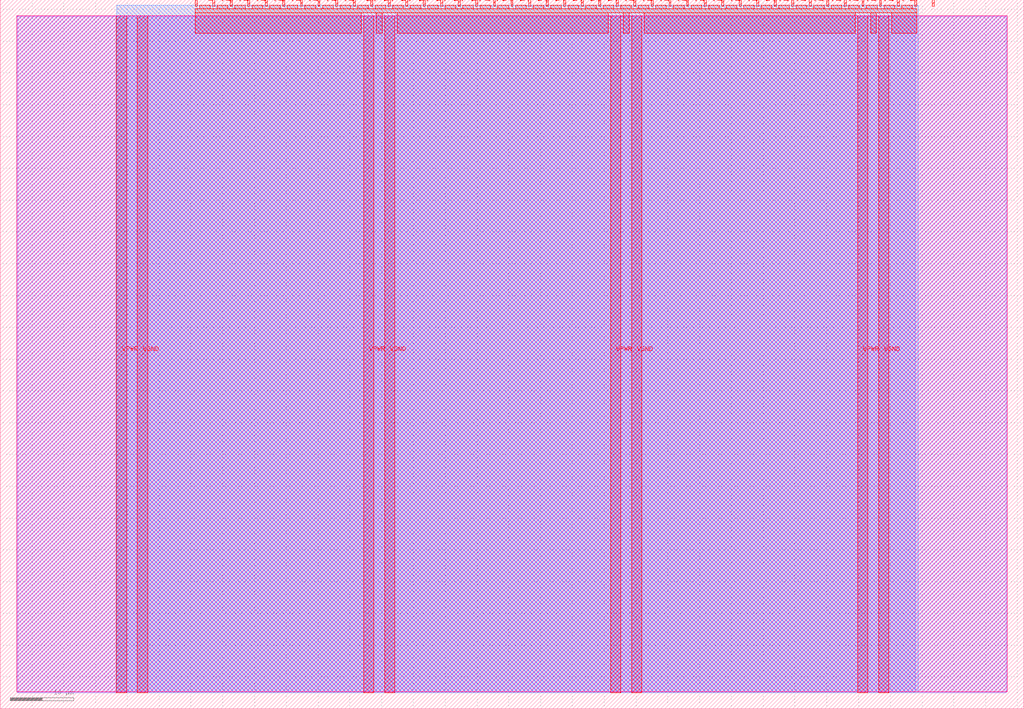
<source format=lef>
VERSION 5.7 ;
  NOWIREEXTENSIONATPIN ON ;
  DIVIDERCHAR "/" ;
  BUSBITCHARS "[]" ;
MACRO tt_um_wokwi_422960009763674113
  CLASS BLOCK ;
  FOREIGN tt_um_wokwi_422960009763674113 ;
  ORIGIN 0.000 0.000 ;
  SIZE 161.000 BY 111.520 ;
  PIN VGND
    DIRECTION INOUT ;
    USE GROUND ;
    PORT
      LAYER met4 ;
        RECT 21.580 2.480 23.180 109.040 ;
    END
    PORT
      LAYER met4 ;
        RECT 60.450 2.480 62.050 109.040 ;
    END
    PORT
      LAYER met4 ;
        RECT 99.320 2.480 100.920 109.040 ;
    END
    PORT
      LAYER met4 ;
        RECT 138.190 2.480 139.790 109.040 ;
    END
  END VGND
  PIN VPWR
    DIRECTION INOUT ;
    USE POWER ;
    PORT
      LAYER met4 ;
        RECT 18.280 2.480 19.880 109.040 ;
    END
    PORT
      LAYER met4 ;
        RECT 57.150 2.480 58.750 109.040 ;
    END
    PORT
      LAYER met4 ;
        RECT 96.020 2.480 97.620 109.040 ;
    END
    PORT
      LAYER met4 ;
        RECT 134.890 2.480 136.490 109.040 ;
    END
  END VPWR
  PIN clk
    DIRECTION INPUT ;
    USE SIGNAL ;
    ANTENNAGATEAREA 0.852000 ;
    PORT
      LAYER met4 ;
        RECT 143.830 110.520 144.130 111.520 ;
    END
  END clk
  PIN ena
    DIRECTION INPUT ;
    USE SIGNAL ;
    PORT
      LAYER met4 ;
        RECT 146.590 110.520 146.890 111.520 ;
    END
  END ena
  PIN rst_n
    DIRECTION INPUT ;
    USE SIGNAL ;
    ANTENNAGATEAREA 0.196500 ;
    PORT
      LAYER met4 ;
        RECT 141.070 110.520 141.370 111.520 ;
    END
  END rst_n
  PIN ui_in[0]
    DIRECTION INPUT ;
    USE SIGNAL ;
    ANTENNAGATEAREA 0.196500 ;
    PORT
      LAYER met4 ;
        RECT 138.310 110.520 138.610 111.520 ;
    END
  END ui_in[0]
  PIN ui_in[1]
    DIRECTION INPUT ;
    USE SIGNAL ;
    PORT
      LAYER met4 ;
        RECT 135.550 110.520 135.850 111.520 ;
    END
  END ui_in[1]
  PIN ui_in[2]
    DIRECTION INPUT ;
    USE SIGNAL ;
    PORT
      LAYER met4 ;
        RECT 132.790 110.520 133.090 111.520 ;
    END
  END ui_in[2]
  PIN ui_in[3]
    DIRECTION INPUT ;
    USE SIGNAL ;
    PORT
      LAYER met4 ;
        RECT 130.030 110.520 130.330 111.520 ;
    END
  END ui_in[3]
  PIN ui_in[4]
    DIRECTION INPUT ;
    USE SIGNAL ;
    PORT
      LAYER met4 ;
        RECT 127.270 110.520 127.570 111.520 ;
    END
  END ui_in[4]
  PIN ui_in[5]
    DIRECTION INPUT ;
    USE SIGNAL ;
    PORT
      LAYER met4 ;
        RECT 124.510 110.520 124.810 111.520 ;
    END
  END ui_in[5]
  PIN ui_in[6]
    DIRECTION INPUT ;
    USE SIGNAL ;
    PORT
      LAYER met4 ;
        RECT 121.750 110.520 122.050 111.520 ;
    END
  END ui_in[6]
  PIN ui_in[7]
    DIRECTION INPUT ;
    USE SIGNAL ;
    PORT
      LAYER met4 ;
        RECT 118.990 110.520 119.290 111.520 ;
    END
  END ui_in[7]
  PIN uio_in[0]
    DIRECTION INPUT ;
    USE SIGNAL ;
    PORT
      LAYER met4 ;
        RECT 116.230 110.520 116.530 111.520 ;
    END
  END uio_in[0]
  PIN uio_in[1]
    DIRECTION INPUT ;
    USE SIGNAL ;
    PORT
      LAYER met4 ;
        RECT 113.470 110.520 113.770 111.520 ;
    END
  END uio_in[1]
  PIN uio_in[2]
    DIRECTION INPUT ;
    USE SIGNAL ;
    PORT
      LAYER met4 ;
        RECT 110.710 110.520 111.010 111.520 ;
    END
  END uio_in[2]
  PIN uio_in[3]
    DIRECTION INPUT ;
    USE SIGNAL ;
    PORT
      LAYER met4 ;
        RECT 107.950 110.520 108.250 111.520 ;
    END
  END uio_in[3]
  PIN uio_in[4]
    DIRECTION INPUT ;
    USE SIGNAL ;
    PORT
      LAYER met4 ;
        RECT 105.190 110.520 105.490 111.520 ;
    END
  END uio_in[4]
  PIN uio_in[5]
    DIRECTION INPUT ;
    USE SIGNAL ;
    PORT
      LAYER met4 ;
        RECT 102.430 110.520 102.730 111.520 ;
    END
  END uio_in[5]
  PIN uio_in[6]
    DIRECTION INPUT ;
    USE SIGNAL ;
    PORT
      LAYER met4 ;
        RECT 99.670 110.520 99.970 111.520 ;
    END
  END uio_in[6]
  PIN uio_in[7]
    DIRECTION INPUT ;
    USE SIGNAL ;
    PORT
      LAYER met4 ;
        RECT 96.910 110.520 97.210 111.520 ;
    END
  END uio_in[7]
  PIN uio_oe[0]
    DIRECTION OUTPUT ;
    USE SIGNAL ;
    PORT
      LAYER met4 ;
        RECT 49.990 110.520 50.290 111.520 ;
    END
  END uio_oe[0]
  PIN uio_oe[1]
    DIRECTION OUTPUT ;
    USE SIGNAL ;
    PORT
      LAYER met4 ;
        RECT 47.230 110.520 47.530 111.520 ;
    END
  END uio_oe[1]
  PIN uio_oe[2]
    DIRECTION OUTPUT ;
    USE SIGNAL ;
    PORT
      LAYER met4 ;
        RECT 44.470 110.520 44.770 111.520 ;
    END
  END uio_oe[2]
  PIN uio_oe[3]
    DIRECTION OUTPUT ;
    USE SIGNAL ;
    PORT
      LAYER met4 ;
        RECT 41.710 110.520 42.010 111.520 ;
    END
  END uio_oe[3]
  PIN uio_oe[4]
    DIRECTION OUTPUT ;
    USE SIGNAL ;
    PORT
      LAYER met4 ;
        RECT 38.950 110.520 39.250 111.520 ;
    END
  END uio_oe[4]
  PIN uio_oe[5]
    DIRECTION OUTPUT ;
    USE SIGNAL ;
    PORT
      LAYER met4 ;
        RECT 36.190 110.520 36.490 111.520 ;
    END
  END uio_oe[5]
  PIN uio_oe[6]
    DIRECTION OUTPUT ;
    USE SIGNAL ;
    PORT
      LAYER met4 ;
        RECT 33.430 110.520 33.730 111.520 ;
    END
  END uio_oe[6]
  PIN uio_oe[7]
    DIRECTION OUTPUT ;
    USE SIGNAL ;
    PORT
      LAYER met4 ;
        RECT 30.670 110.520 30.970 111.520 ;
    END
  END uio_oe[7]
  PIN uio_out[0]
    DIRECTION OUTPUT ;
    USE SIGNAL ;
    PORT
      LAYER met4 ;
        RECT 72.070 110.520 72.370 111.520 ;
    END
  END uio_out[0]
  PIN uio_out[1]
    DIRECTION OUTPUT ;
    USE SIGNAL ;
    PORT
      LAYER met4 ;
        RECT 69.310 110.520 69.610 111.520 ;
    END
  END uio_out[1]
  PIN uio_out[2]
    DIRECTION OUTPUT ;
    USE SIGNAL ;
    PORT
      LAYER met4 ;
        RECT 66.550 110.520 66.850 111.520 ;
    END
  END uio_out[2]
  PIN uio_out[3]
    DIRECTION OUTPUT ;
    USE SIGNAL ;
    PORT
      LAYER met4 ;
        RECT 63.790 110.520 64.090 111.520 ;
    END
  END uio_out[3]
  PIN uio_out[4]
    DIRECTION OUTPUT ;
    USE SIGNAL ;
    PORT
      LAYER met4 ;
        RECT 61.030 110.520 61.330 111.520 ;
    END
  END uio_out[4]
  PIN uio_out[5]
    DIRECTION OUTPUT ;
    USE SIGNAL ;
    PORT
      LAYER met4 ;
        RECT 58.270 110.520 58.570 111.520 ;
    END
  END uio_out[5]
  PIN uio_out[6]
    DIRECTION OUTPUT ;
    USE SIGNAL ;
    PORT
      LAYER met4 ;
        RECT 55.510 110.520 55.810 111.520 ;
    END
  END uio_out[6]
  PIN uio_out[7]
    DIRECTION OUTPUT ;
    USE SIGNAL ;
    PORT
      LAYER met4 ;
        RECT 52.750 110.520 53.050 111.520 ;
    END
  END uio_out[7]
  PIN uo_out[0]
    DIRECTION OUTPUT ;
    USE SIGNAL ;
    ANTENNADIFFAREA 0.445500 ;
    PORT
      LAYER met4 ;
        RECT 94.150 110.520 94.450 111.520 ;
    END
  END uo_out[0]
  PIN uo_out[1]
    DIRECTION OUTPUT ;
    USE SIGNAL ;
    ANTENNADIFFAREA 0.445500 ;
    PORT
      LAYER met4 ;
        RECT 91.390 110.520 91.690 111.520 ;
    END
  END uo_out[1]
  PIN uo_out[2]
    DIRECTION OUTPUT ;
    USE SIGNAL ;
    ANTENNADIFFAREA 0.445500 ;
    PORT
      LAYER met4 ;
        RECT 88.630 110.520 88.930 111.520 ;
    END
  END uo_out[2]
  PIN uo_out[3]
    DIRECTION OUTPUT ;
    USE SIGNAL ;
    ANTENNADIFFAREA 0.445500 ;
    PORT
      LAYER met4 ;
        RECT 85.870 110.520 86.170 111.520 ;
    END
  END uo_out[3]
  PIN uo_out[4]
    DIRECTION OUTPUT ;
    USE SIGNAL ;
    PORT
      LAYER met4 ;
        RECT 83.110 110.520 83.410 111.520 ;
    END
  END uo_out[4]
  PIN uo_out[5]
    DIRECTION OUTPUT ;
    USE SIGNAL ;
    PORT
      LAYER met4 ;
        RECT 80.350 110.520 80.650 111.520 ;
    END
  END uo_out[5]
  PIN uo_out[6]
    DIRECTION OUTPUT ;
    USE SIGNAL ;
    PORT
      LAYER met4 ;
        RECT 77.590 110.520 77.890 111.520 ;
    END
  END uo_out[6]
  PIN uo_out[7]
    DIRECTION OUTPUT ;
    USE SIGNAL ;
    PORT
      LAYER met4 ;
        RECT 74.830 110.520 75.130 111.520 ;
    END
  END uo_out[7]
  OBS
      LAYER nwell ;
        RECT 2.570 2.635 158.430 108.990 ;
      LAYER li1 ;
        RECT 2.760 2.635 158.240 108.885 ;
      LAYER met1 ;
        RECT 2.760 2.480 158.240 109.040 ;
      LAYER met2 ;
        RECT 18.310 2.535 143.890 110.685 ;
      LAYER met3 ;
        RECT 18.290 2.555 144.370 110.665 ;
      LAYER met4 ;
        RECT 31.370 110.120 33.030 110.665 ;
        RECT 34.130 110.120 35.790 110.665 ;
        RECT 36.890 110.120 38.550 110.665 ;
        RECT 39.650 110.120 41.310 110.665 ;
        RECT 42.410 110.120 44.070 110.665 ;
        RECT 45.170 110.120 46.830 110.665 ;
        RECT 47.930 110.120 49.590 110.665 ;
        RECT 50.690 110.120 52.350 110.665 ;
        RECT 53.450 110.120 55.110 110.665 ;
        RECT 56.210 110.120 57.870 110.665 ;
        RECT 58.970 110.120 60.630 110.665 ;
        RECT 61.730 110.120 63.390 110.665 ;
        RECT 64.490 110.120 66.150 110.665 ;
        RECT 67.250 110.120 68.910 110.665 ;
        RECT 70.010 110.120 71.670 110.665 ;
        RECT 72.770 110.120 74.430 110.665 ;
        RECT 75.530 110.120 77.190 110.665 ;
        RECT 78.290 110.120 79.950 110.665 ;
        RECT 81.050 110.120 82.710 110.665 ;
        RECT 83.810 110.120 85.470 110.665 ;
        RECT 86.570 110.120 88.230 110.665 ;
        RECT 89.330 110.120 90.990 110.665 ;
        RECT 92.090 110.120 93.750 110.665 ;
        RECT 94.850 110.120 96.510 110.665 ;
        RECT 97.610 110.120 99.270 110.665 ;
        RECT 100.370 110.120 102.030 110.665 ;
        RECT 103.130 110.120 104.790 110.665 ;
        RECT 105.890 110.120 107.550 110.665 ;
        RECT 108.650 110.120 110.310 110.665 ;
        RECT 111.410 110.120 113.070 110.665 ;
        RECT 114.170 110.120 115.830 110.665 ;
        RECT 116.930 110.120 118.590 110.665 ;
        RECT 119.690 110.120 121.350 110.665 ;
        RECT 122.450 110.120 124.110 110.665 ;
        RECT 125.210 110.120 126.870 110.665 ;
        RECT 127.970 110.120 129.630 110.665 ;
        RECT 130.730 110.120 132.390 110.665 ;
        RECT 133.490 110.120 135.150 110.665 ;
        RECT 136.250 110.120 137.910 110.665 ;
        RECT 139.010 110.120 140.670 110.665 ;
        RECT 141.770 110.120 143.430 110.665 ;
        RECT 30.655 109.440 144.145 110.120 ;
        RECT 30.655 106.255 56.750 109.440 ;
        RECT 59.150 106.255 60.050 109.440 ;
        RECT 62.450 106.255 95.620 109.440 ;
        RECT 98.020 106.255 98.920 109.440 ;
        RECT 101.320 106.255 134.490 109.440 ;
        RECT 136.890 106.255 137.790 109.440 ;
        RECT 140.190 106.255 144.145 109.440 ;
  END
END tt_um_wokwi_422960009763674113
END LIBRARY


</source>
